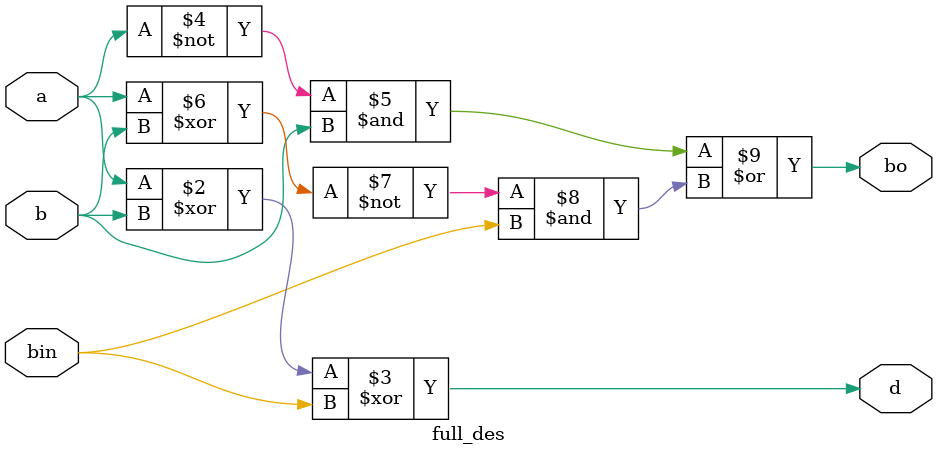
<source format=v>
module full_des(a,b,bin, d, bo);

input a;
input b;
input bin;

output reg d;
output reg bo;

always @(*)
begin
	d = a^b^bin;
	bo = ((~a)&b | (~(a^b) &bin) );
end

endmodule


</source>
